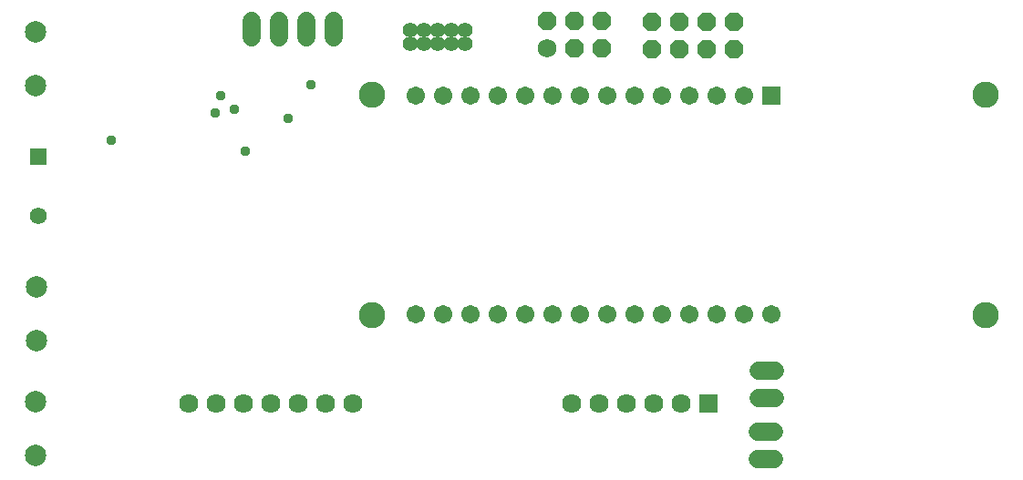
<source format=gbr>
G04 EAGLE Gerber RS-274X export*
G75*
%MOMM*%
%FSLAX34Y34*%
%LPD*%
%INSoldermask Bottom*%
%IPPOS*%
%AMOC8*
5,1,8,0,0,1.08239X$1,22.5*%
G01*
%ADD10C,1.727200*%
%ADD11P,1.869504X8X22.500000*%
%ADD12P,1.869504X8X202.500000*%
%ADD13C,1.727200*%
%ADD14R,1.711200X1.711200*%
%ADD15C,1.711200*%
%ADD16C,2.453200*%
%ADD17C,1.793200*%
%ADD18R,1.793200X1.793200*%
%ADD19C,1.993900*%
%ADD20C,1.422400*%
%ADD21R,1.574800X1.574800*%
%ADD22C,1.574800*%
%ADD23C,0.959600*%


D10*
X579800Y480200D03*
D11*
X605200Y480200D03*
X630600Y480200D03*
X579800Y505600D03*
X605200Y505600D03*
X630600Y505600D03*
D12*
X753400Y505190D03*
X728000Y505190D03*
X702600Y505190D03*
X677200Y505190D03*
X753400Y479790D03*
X728000Y479790D03*
X702600Y479790D03*
X677200Y479790D03*
D13*
X305530Y490460D02*
X305530Y505700D01*
X330930Y505700D02*
X330930Y490460D01*
X356330Y490460D02*
X356330Y505700D01*
X381730Y505700D02*
X381730Y490460D01*
D14*
X788652Y436600D03*
D15*
X763252Y436600D03*
X737852Y436600D03*
X712452Y436600D03*
X687052Y436600D03*
X661652Y436600D03*
X636252Y436600D03*
X610852Y436600D03*
X585452Y436600D03*
X560052Y436600D03*
X534652Y436600D03*
X509252Y436600D03*
X483852Y436600D03*
X458452Y436600D03*
X458452Y233400D03*
X483852Y233400D03*
X509252Y233400D03*
X534652Y233400D03*
X560052Y233400D03*
X585452Y233400D03*
X610852Y233400D03*
X636252Y233400D03*
X661652Y233400D03*
X687052Y233400D03*
X712452Y233400D03*
X737852Y233400D03*
X763252Y233400D03*
X788652Y233400D03*
D16*
X987500Y437500D03*
X987500Y232500D03*
X417500Y232500D03*
X417500Y437500D03*
D17*
X247400Y150000D03*
X272800Y150000D03*
X298200Y150000D03*
X323600Y150000D03*
X349000Y150000D03*
X374400Y150000D03*
X399800Y150000D03*
X628400Y150000D03*
X603000Y150000D03*
X653800Y150000D03*
X679200Y150000D03*
X704600Y150000D03*
D18*
X730000Y150000D03*
D19*
X106110Y258730D03*
X106110Y208692D03*
X105430Y152420D03*
X105430Y102382D03*
X104710Y495600D03*
X104710Y445562D03*
D20*
X503810Y497490D03*
X503810Y484790D03*
X491110Y497490D03*
X491110Y484790D03*
X478410Y497490D03*
X478410Y484790D03*
X465710Y497490D03*
X465710Y484790D03*
X453010Y497490D03*
X453010Y484790D03*
D13*
X776330Y155460D02*
X791570Y155460D01*
X791570Y180860D02*
X776330Y180860D01*
X776110Y123890D02*
X791350Y123890D01*
X791350Y98490D02*
X776110Y98490D01*
D21*
X107300Y379840D03*
D22*
X107300Y324722D03*
D23*
X340000Y415000D03*
X361188Y446532D03*
X289560Y423672D03*
X300000Y385000D03*
X271780Y420370D03*
X276860Y436880D03*
X175000Y395000D03*
M02*

</source>
